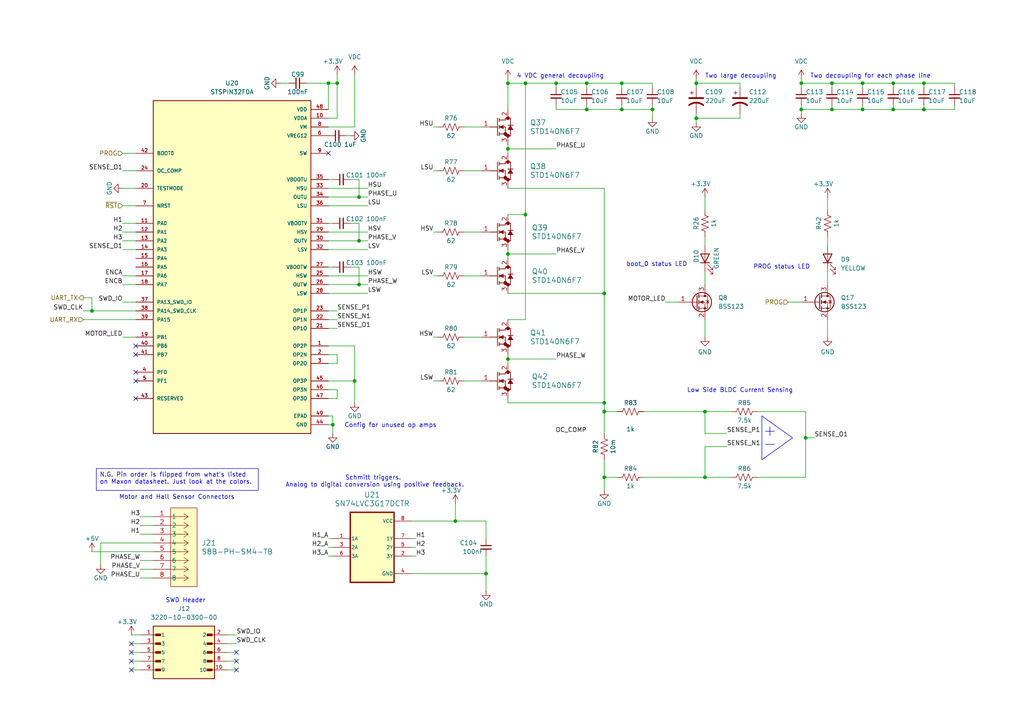
<source format=kicad_sch>
(kicad_sch (version 20231120) (generator "eeschema") (generator_version "8.0")
  (paper "A4")
  (lib_symbols
    (symbol "Device:C_Polarized_US" (pin_numbers hide) (pin_names (offset 0.254) hide)
      (property "Reference" "C" (at 0.635 2.54 0))
      (property "Value" "C_Polarized_US" (at 0.635 -2.54 0))
      (symbol "C_Polarized_US_1_1"
        (pin passive line (at 0 3.81 270) (length 2.794) (name "~") (number "1"))
        (pin passive line (at 0 -3.81 90) (length 3.302) (name "~") (number "2"))
      )
    )
    (symbol "Device:C_Small" (pin_numbers hide) (pin_names (offset 0.254) hide)
      (property "Reference" "C" (at 0.254 1.778 0))
      (property "Value" "C_Small" (at 0.254 -2.032 0))
      (symbol "C_Small_1_1"
        (pin passive line (at 0 2.54 270) (length 2.032) (name "~") (number "1"))
        (pin passive line (at 0 -2.54 90) (length 2.032) (name "~") (number "2"))
      )
    )
    (symbol "Device:LED" (pin_numbers hide) (pin_names (offset 1.016) hide)
      (property "Reference" "D" (at 0 2.54 0))
      (property "Value" "LED" (at 0 -2.54 0))
      (symbol "LED_1_1"
        (pin passive line (at -3.81 0 0) (length 2.54) (name "K") (number "1"))
        (pin passive line (at 3.81 0 180) (length 2.54) (name "A") (number "2"))
      )
    )
    (symbol "Device:R_US" (pin_numbers hide) (pin_names (offset 0))
      (property "Reference" "R" (at 2.54 0 90))
      (property "Value" "R_US" (at -2.54 0 90))
      (symbol "R_US_1_1"
        (pin passive line (at 0 3.81 270) (length 1.27) (name "~") (number "1"))
        (pin passive line (at 0 -3.81 90) (length 1.27) (name "~") (number "2"))
      )
    )
    (symbol "RoboJackets-Connectors:3220-10-0300-00" (pin_names (offset 1.016))
      (property "Reference" "J" (at -8.89 8.255 0))
      (property "Value" "3220-10-0300-00" (at -8.89 -10.16 0))
      (symbol "3220-10-0300-00_0_0"
        (pin passive line (at -12.7 5.08 0) (length 5.08) (name "1") (number "1"))
        (pin passive line (at 12.7 -5.08 180) (length 5.08) (name "10") (number "10"))
        (pin passive line (at 12.7 5.08 180) (length 5.08) (name "2") (number "2"))
        (pin passive line (at -12.7 2.54 0) (length 5.08) (name "3") (number "3"))
        (pin passive line (at 12.7 2.54 180) (length 5.08) (name "4") (number "4"))
        (pin passive line (at -12.7 0 0) (length 5.08) (name "5") (number "5"))
        (pin passive line (at 12.7 0 180) (length 5.08) (name "6") (number "6"))
        (pin passive line (at -12.7 -2.54 0) (length 5.08) (name "7") (number "7"))
        (pin passive line (at 12.7 -2.54 180) (length 5.08) (name "8") (number "8"))
        (pin passive line (at -12.7 -5.08 0) (length 5.08) (name "9") (number "9"))
      )
    )
    (symbol "RoboJackets-Connectors:S8B-PH-SM4-TB" (pin_names (offset 0.254))
      (property "Reference" "J" (at 8.89 6.35 0))
      (property "Value" "S8B-PH-SM4-TB" (at 8.128 -22.352 0))
      (symbol "S8B-PH-SM4-TB_1_1"
        (pin unspecified line (at 0 0 0) (length 5.08) (name "1") (number "1"))
        (pin unspecified line (at 0 -2.54 0) (length 5.08) (name "2") (number "2"))
        (pin unspecified line (at 0 -5.08 0) (length 5.08) (name "3") (number "3"))
        (pin unspecified line (at 0 -7.62 0) (length 5.08) (name "4") (number "4"))
        (pin unspecified line (at 0 -10.16 0) (length 5.08) (name "5") (number "5"))
        (pin unspecified line (at 0 -12.7 0) (length 5.08) (name "6") (number "6"))
        (pin unspecified line (at 0 -15.24 0) (length 5.08) (name "7") (number "7"))
        (pin unspecified line (at 0 -17.78 0) (length 5.08) (name "8") (number "8"))
      )
      (symbol "S8B-PH-SM4-TB_1_2"
        (pin unspecified line (at 0 0 0) (length 5.08) (name "1") (number "1"))
        (pin unspecified line (at 0 -2.54 0) (length 5.08) (name "2") (number "2"))
        (pin unspecified line (at 0 -5.08 0) (length 5.08) (name "3") (number "3"))
        (pin unspecified line (at 0 -7.62 0) (length 5.08) (name "4") (number "4"))
        (pin unspecified line (at 0 -10.16 0) (length 5.08) (name "5") (number "5"))
        (pin unspecified line (at 0 -12.7 0) (length 5.08) (name "6") (number "6"))
        (pin unspecified line (at 0 -15.24 0) (length 5.08) (name "7") (number "7"))
        (pin unspecified line (at 0 -17.78 0) (length 5.08) (name "8") (number "8"))
      )
    )
    (symbol "RoboJackets-IC:SN74LVC3G17DCTR" (pin_names (offset 0.254))
      (property "Reference" "U" (at 20.32 10.16 0))
      (property "Value" "SN74LVC3G17DCTR" (at 20.32 7.62 0))
      (symbol "SN74LVC3G17DCTR_0_0"
        (pin input line (at 8.89 -2.54 0) (length 5.08) (name "1A") (number "1"))
        (pin output line (at 31.75 -7.62 180) (length 5.08) (name "3Y") (number "2"))
        (pin input line (at 8.89 -5.08 0) (length 5.08) (name "2A") (number "3"))
        (pin power_in line (at 31.75 -12.7 180) (length 5.08) (name "GND") (number "4"))
        (pin output line (at 31.75 -5.08 180) (length 5.08) (name "2Y") (number "5"))
        (pin input line (at 8.89 -7.62 0) (length 5.08) (name "3A") (number "6"))
        (pin output line (at 31.75 -2.54 180) (length 5.08) (name "1Y") (number "7"))
        (pin power_in line (at 31.75 2.54 180) (length 5.08) (name "VCC") (number "8"))
      )
    )
    (symbol "RoboJackets-IC:STSPIN32F0A" (pin_names (offset 1.016))
      (property "Reference" "U" (at -22.86 49.53 0))
      (property "Value" "STSPIN32F0A" (at -22.86 -49.53 0))
      (symbol "STSPIN32F0A_0_0"
        (pin input line (at 27.94 -22.86 180) (length 5.08) (name "OP2P") (number "1"))
        (pin power_in line (at 27.94 43.18 180) (length 5.08) (name "VDDA") (number "10"))
        (pin bidirectional line (at -27.94 12.7 0) (length 5.08) (name "PA0") (number "11"))
        (pin bidirectional line (at -27.94 10.16 0) (length 5.08) (name "PA1") (number "12"))
        (pin bidirectional line (at -27.94 7.62 0) (length 5.08) (name "PA2") (number "13"))
        (pin bidirectional line (at -27.94 5.08 0) (length 5.08) (name "PA3") (number "14"))
        (pin bidirectional line (at -27.94 2.54 0) (length 5.08) (name "PA4") (number "15"))
        (pin bidirectional line (at -27.94 0 0) (length 5.08) (name "PA5") (number "16"))
        (pin bidirectional line (at -27.94 -2.54 0) (length 5.08) (name "PA6") (number "17"))
        (pin bidirectional line (at -27.94 -5.08 0) (length 5.08) (name "PA7") (number "18"))
        (pin bidirectional line (at -27.94 -20.32 0) (length 5.08) (name "PB1") (number "19"))
        (pin input line (at 27.94 -25.4 180) (length 5.08) (name "OP2N") (number "2"))
        (pin input line (at -27.94 22.86 0) (length 5.08) (name "TESTMODE") (number "20"))
        (pin output line (at 27.94 -17.78 180) (length 5.08) (name "OP1O") (number "21"))
        (pin input line (at 27.94 -15.24 180) (length 5.08) (name "OP1N") (number "22"))
        (pin input line (at 27.94 -12.7 180) (length 5.08) (name "OP1P") (number "23"))
        (pin input line (at -27.94 27.94 0) (length 5.08) (name "OC_COMP") (number "24"))
        (pin output line (at 27.94 -2.54 180) (length 5.08) (name "HSW") (number "25"))
        (pin output line (at 27.94 -5.08 180) (length 5.08) (name "OUTW") (number "26"))
        (pin power_in line (at 27.94 0 180) (length 5.08) (name "VBOOTW") (number "27"))
        (pin output line (at 27.94 -7.62 180) (length 5.08) (name "LSW") (number "28"))
        (pin output line (at 27.94 10.16 180) (length 5.08) (name "HSV") (number "29"))
        (pin output line (at 27.94 -27.94 180) (length 5.08) (name "OP2O") (number "3"))
        (pin output line (at 27.94 7.62 180) (length 5.08) (name "OUTV") (number "30"))
        (pin power_in line (at 27.94 12.7 180) (length 5.08) (name "VBOOTV") (number "31"))
        (pin output line (at 27.94 5.08 180) (length 5.08) (name "LSV") (number "32"))
        (pin output line (at 27.94 22.86 180) (length 5.08) (name "HSU") (number "33"))
        (pin output line (at 27.94 20.32 180) (length 5.08) (name "OUTU") (number "34"))
        (pin power_in line (at 27.94 25.4 180) (length 5.08) (name "VBOOTU") (number "35"))
        (pin output line (at 27.94 17.78 180) (length 5.08) (name "LSU") (number "36"))
        (pin bidirectional line (at -27.94 -10.16 0) (length 5.08) (name "PA13_SWD_IO") (number "37"))
        (pin bidirectional line (at -27.94 -12.7 0) (length 5.08) (name "PA14_SWD_CLK") (number "38"))
        (pin bidirectional line (at -27.94 -15.24 0) (length 5.08) (name "PA15") (number "39"))
        (pin bidirectional line (at -27.94 -30.48 0) (length 5.08) (name "PF0") (number "4"))
        (pin bidirectional line (at -27.94 -22.86 0) (length 5.08) (name "PB6") (number "40"))
        (pin bidirectional line (at -27.94 -25.4 0) (length 5.08) (name "PB7") (number "41"))
        (pin input line (at -27.94 33.02 0) (length 5.08) (name "BOOT0") (number "42"))
        (pin passive line (at -27.94 -38.1 0) (length 5.08) (name "RESERVED") (number "43"))
        (pin power_in line (at 27.94 -45.72 180) (length 5.08) (name "GND") (number "44"))
        (pin input line (at 27.94 -33.02 180) (length 5.08) (name "OP3P") (number "45"))
        (pin input line (at 27.94 -35.56 180) (length 5.08) (name "OP3N") (number "46"))
        (pin output line (at 27.94 -38.1 180) (length 5.08) (name "OP3O") (number "47"))
        (pin power_in line (at 27.94 45.72 180) (length 5.08) (name "VDD") (number "48"))
        (pin power_in line (at 27.94 -43.18 180) (length 5.08) (name "EPAD") (number "49"))
        (pin bidirectional line (at -27.94 -33.02 0) (length 5.08) (name "PF1") (number "5"))
        (pin power_in line (at 27.94 38.1 180) (length 5.08) (name "VREG12") (number "6"))
        (pin bidirectional line (at -27.94 17.78 0) (length 5.08) (name "NRST") (number "7"))
        (pin power_in line (at 27.94 40.64 180) (length 5.08) (name "VM") (number "8"))
        (pin output line (at 27.94 33.02 180) (length 5.08) (name "SW") (number "9"))
      )
    )
    (symbol "RoboJackets-Transistors:STD140N6F7" (pin_names (offset 0.254) hide)
      (property "Reference" "Q" (at 5.08 1.27 0))
      (property "Value" "STD140N6F7" (at 11.43 -1.27 0))
      (symbol "STD140N6F7_1_1"
        (pin input line (at -6.35 0 0) (length 2.54) (name "G") (number "1"))
        (pin input line (at 1.27 5.08 270) (length 2.54) (name "D") (number "2"))
        (pin output line (at 1.27 -5.08 90) (length 2.54) (name "S") (number "3"))
      )
    )
    (symbol "Transistor_FET:BSS123" (pin_names hide)
      (property "Reference" "Q" (at 5.08 1.905 0))
      (property "Value" "BSS123" (at 5.08 0 0))
      (symbol "BSS123_1_1"
        (pin input line (at -5.08 0 0) (length 2.54) (name "G") (number "1"))
        (pin passive line (at 2.54 -5.08 90) (length 2.54) (name "S") (number "2"))
        (pin passive line (at 2.54 5.08 270) (length 2.54) (name "D") (number "3"))
      )
    )
    (symbol "power:+3.3V" (power) (pin_numbers hide) (pin_names (offset 0) hide)
      (property "Value" "+3.3V" (at 0 3.556 0))
      (symbol "+3.3V_1_1"
        (pin power_in line (at 0 0 90) (length 0) (name "~") (number "1"))
      )
    )
    (symbol "power:+5V" (power) (pin_numbers hide) (pin_names (offset 0) hide)
      (property "Value" "+5V" (at 0 3.556 0))
      (symbol "+5V_1_1"
        (pin power_in line (at 0 0 90) (length 0) (name "~") (number "1"))
      )
    )
    (symbol "power:GND" (power) (pin_numbers hide) (pin_names (offset 0) hide)
      (property "Value" "GND" (at 0 -3.81 0))
      (symbol "GND_1_1"
        (pin power_in line (at 0 0 270) (length 0) (name "~") (number "1"))
      )
    )
    (symbol "power:VDC" (power) (pin_numbers hide) (pin_names (offset 0) hide)
      (property "Value" "VDC" (at 0 3.556 0))
      (symbol "VDC_1_1"
        (pin power_in line (at 0 0 90) (length 0) (name "~") (number "1"))
      )
    )
  )
  (junction (at 152.4 62.23))
  (junction (at 104.14 82.55))
  (junction (at 267.97 31.75))
  (junction (at 96.52 123.19))
  (junction (at 241.3 24.13))
  (junction (at 97.79 24.13))
  (junction (at 95.25 24.13))
  (junction (at 175.26 116.84))
  (junction (at 104.14 57.15))
  (junction (at 147.32 73.66))
  (junction (at 201.93 24.13))
  (junction (at 233.68 127))
  (junction (at 259.08 31.75))
  (junction (at 175.26 119.38))
  (junction (at 147.32 43.18))
  (junction (at 170.18 24.13))
  (junction (at 204.47 119.38))
  (junction (at 201.93 34.29))
  (junction (at 180.34 24.13))
  (junction (at 152.4 24.13))
  (junction (at 132.08 151.13))
  (junction (at 102.87 110.49))
  (junction (at 104.14 69.85))
  (junction (at 26.67 90.17))
  (junction (at 189.23 31.75))
  (junction (at 170.18 31.75))
  (junction (at 175.26 85.09))
  (junction (at 232.41 31.75))
  (junction (at 267.97 24.13))
  (junction (at 180.34 31.75))
  (junction (at 147.32 104.14))
  (junction (at 241.3 31.75))
  (junction (at 259.08 24.13))
  (junction (at 175.26 138.43))
  (junction (at 250.19 31.75))
  (junction (at 161.29 24.13))
  (junction (at 250.19 24.13))
  (junction (at 232.41 24.13))
  (junction (at 147.32 24.13))
  (junction (at 140.97 166.37))
  (junction (at 204.47 138.43))
  (no_connect (at 39.37 107.95))
  (no_connect (at 38.1 189.23))
  (no_connect (at 38.1 194.31))
  (no_connect (at 68.58 194.31))
  (no_connect (at 39.37 100.33))
  (no_connect (at 38.1 186.69))
  (no_connect (at 39.37 102.87))
  (no_connect (at 68.58 191.77))
  (no_connect (at 95.25 44.45))
  (no_connect (at 39.37 110.49))
  (no_connect (at 68.58 189.23))
  (no_connect (at 39.37 115.57))
  (no_connect (at 38.1 191.77))
  (wire (pts (xy 88.9 24.13) (xy 95.25 24.13)))
  (wire (pts (xy 193.04 87.63) (xy 196.85 87.63)))
  (wire (pts (xy 140.97 166.37) (xy 140.97 171.45)))
  (wire (pts (xy 250.19 24.13) (xy 259.08 24.13)))
  (wire (pts (xy 104.14 52.07) (xy 104.14 57.15)))
  (wire (pts (xy 204.47 119.38) (xy 186.69 119.38)))
  (wire (pts (xy 250.19 24.13) (xy 250.19 25.4)))
  (wire (pts (xy 147.32 104.14) (xy 147.32 105.41)))
  (wire (pts (xy 95.25 113.03) (xy 97.79 113.03)))
  (wire (pts (xy 95.25 80.01) (xy 106.68 80.01)))
  (wire (pts (xy 232.41 22.86) (xy 232.41 24.13)))
  (wire (pts (xy 259.08 24.13) (xy 259.08 25.4)))
  (wire (pts (xy 147.32 85.09) (xy 175.26 85.09)))
  (wire (pts (xy 204.47 78.74) (xy 204.47 82.55)))
  (wire (pts (xy 189.23 31.75) (xy 189.23 30.48)))
  (wire (pts (xy 134.62 49.53) (xy 139.7 49.53)))
  (wire (pts (xy 97.79 34.29) (xy 95.25 34.29)))
  (wire (pts (xy 97.79 24.13) (xy 97.79 34.29)))
  (wire (pts (xy 95.25 77.47) (xy 96.52 77.47)))
  (wire (pts (xy 204.47 57.15) (xy 204.47 60.96)))
  (wire (pts (xy 104.14 57.15) (xy 106.68 57.15)))
  (wire (pts (xy 95.25 82.55) (xy 104.14 82.55)))
  (wire (pts (xy 152.4 24.13) (xy 152.4 62.23)))
  (wire (pts (xy 40.64 149.86) (xy 44.45 149.86)))
  (wire (pts (xy 204.47 129.54) (xy 204.47 138.43)))
  (wire (pts (xy 38.1 184.15) (xy 40.64 184.15)))
  (wire (pts (xy 214.63 34.29) (xy 214.63 33.02)))
  (wire (pts (xy 228.6 87.63) (xy 232.41 87.63)))
  (wire (pts (xy 38.1 191.77) (xy 40.64 191.77)))
  (wire (pts (xy 152.4 62.23) (xy 147.32 62.23)))
  (polyline (pts (xy 223.3156 125.0722) (xy 223.3156 126.3422)))
  (wire (pts (xy 40.64 167.64) (xy 44.45 167.64)))
  (wire (pts (xy 95.25 24.13) (xy 95.25 31.75)))
  (wire (pts (xy 180.34 24.13) (xy 189.23 24.13)))
  (wire (pts (xy 119.38 166.37) (xy 140.97 166.37)))
  (wire (pts (xy 104.14 77.47) (xy 104.14 82.55)))
  (wire (pts (xy 120.65 161.29) (xy 119.38 161.29)))
  (wire (pts (xy 40.64 162.56) (xy 44.45 162.56)))
  (wire (pts (xy 240.03 68.58) (xy 240.03 71.12)))
  (wire (pts (xy 152.4 62.23) (xy 152.4 92.71)))
  (wire (pts (xy 40.64 154.94) (xy 44.45 154.94)))
  (wire (pts (xy 147.32 22.86) (xy 147.32 24.13)))
  (wire (pts (xy 161.29 24.13) (xy 170.18 24.13)))
  (wire (pts (xy 134.62 36.83) (xy 139.7 36.83)))
  (wire (pts (xy 204.47 125.73) (xy 204.47 119.38)))
  (wire (pts (xy 201.93 33.02) (xy 201.93 34.29)))
  (wire (pts (xy 106.68 72.39) (xy 95.25 72.39)))
  (wire (pts (xy 95.25 92.71) (xy 97.79 92.71)))
  (wire (pts (xy 201.93 22.86) (xy 201.93 24.13)))
  (wire (pts (xy 95.25 100.33) (xy 102.87 100.33)))
  (wire (pts (xy 161.29 31.75) (xy 170.18 31.75)))
  (wire (pts (xy 170.18 24.13) (xy 180.34 24.13)))
  (wire (pts (xy 97.79 105.41) (xy 97.79 102.87)))
  (wire (pts (xy 104.14 64.77) (xy 104.14 69.85)))
  (wire (pts (xy 119.38 151.13) (xy 132.08 151.13)))
  (wire (pts (xy 189.23 31.75) (xy 189.23 34.29)))
  (wire (pts (xy 95.25 156.21) (xy 96.52 156.21)))
  (wire (pts (xy 152.4 24.13) (xy 161.29 24.13)))
  (wire (pts (xy 95.25 120.65) (xy 96.52 120.65)))
  (wire (pts (xy 102.87 100.33) (xy 102.87 110.49)))
  (wire (pts (xy 147.32 73.66) (xy 147.32 74.93)))
  (wire (pts (xy 125.73 67.31) (xy 127 67.31)))
  (wire (pts (xy 35.56 82.55) (xy 39.37 82.55)))
  (wire (pts (xy 95.25 105.41) (xy 97.79 105.41)))
  (wire (pts (xy 29.21 157.48) (xy 44.45 157.48)))
  (wire (pts (xy 104.14 69.85) (xy 106.68 69.85)))
  (wire (pts (xy 95.25 115.57) (xy 97.79 115.57)))
  (wire (pts (xy 95.25 64.77) (xy 96.52 64.77)))
  (wire (pts (xy 267.97 31.75) (xy 276.86 31.75)))
  (wire (pts (xy 147.32 54.61) (xy 175.26 54.61)))
  (wire (pts (xy 40.64 152.4) (xy 44.45 152.4)))
  (wire (pts (xy 35.56 49.53) (xy 39.37 49.53)))
  (wire (pts (xy 175.26 138.43) (xy 179.07 138.43)))
  (wire (pts (xy 233.68 127) (xy 236.22 127)))
  (wire (pts (xy 180.34 31.75) (xy 189.23 31.75)))
  (wire (pts (xy 147.32 43.18) (xy 161.29 43.18)))
  (wire (pts (xy 35.56 64.77) (xy 39.37 64.77)))
  (wire (pts (xy 189.23 24.13) (xy 189.23 25.4)))
  (wire (pts (xy 147.32 24.13) (xy 152.4 24.13)))
  (wire (pts (xy 95.25 57.15) (xy 104.14 57.15)))
  (wire (pts (xy 35.56 67.31) (xy 39.37 67.31)))
  (wire (pts (xy 232.41 31.75) (xy 241.3 31.75)))
  (wire (pts (xy 125.73 97.79) (xy 127 97.79)))
  (wire (pts (xy 96.52 120.65) (xy 96.52 123.19)))
  (wire (pts (xy 95.25 110.49) (xy 102.87 110.49)))
  (wire (pts (xy 219.71 119.38) (xy 233.68 119.38)))
  (wire (pts (xy 95.25 158.75) (xy 96.52 158.75)))
  (wire (pts (xy 95.25 36.83) (xy 102.87 36.83)))
  (wire (pts (xy 175.26 119.38) (xy 179.07 119.38)))
  (wire (pts (xy 134.62 80.01) (xy 139.7 80.01)))
  (wire (pts (xy 201.93 34.29) (xy 201.93 35.56)))
  (polyline (pts (xy 220.98 120.65) (xy 229.87 127)))
  (wire (pts (xy 147.32 43.18) (xy 147.32 44.45)))
  (wire (pts (xy 233.68 119.38) (xy 233.68 127)))
  (wire (pts (xy 134.62 110.49) (xy 139.7 110.49)))
  (polyline (pts (xy 223.3156 123.8022) (xy 223.3156 125.0722)))
  (wire (pts (xy 125.73 49.53) (xy 127 49.53)))
  (wire (pts (xy 204.47 92.71) (xy 204.47 97.79)))
  (wire (pts (xy 66.04 189.23) (xy 68.58 189.23)))
  (wire (pts (xy 26.67 86.36) (xy 26.67 90.17)))
  (wire (pts (xy 147.32 116.84) (xy 175.26 116.84)))
  (wire (pts (xy 170.18 30.48) (xy 170.18 31.75)))
  (wire (pts (xy 120.65 156.21) (xy 119.38 156.21)))
  (wire (pts (xy 250.19 31.75) (xy 259.08 31.75)))
  (wire (pts (xy 147.32 92.71) (xy 152.4 92.71)))
  (wire (pts (xy 161.29 24.13) (xy 161.29 25.4)))
  (wire (pts (xy 276.86 30.48) (xy 276.86 31.75)))
  (wire (pts (xy 66.04 191.77) (xy 68.58 191.77)))
  (wire (pts (xy 95.25 102.87) (xy 97.79 102.87)))
  (wire (pts (xy 175.26 119.38) (xy 175.26 125.73)))
  (wire (pts (xy 120.65 158.75) (xy 119.38 158.75)))
  (wire (pts (xy 95.25 69.85) (xy 104.14 69.85)))
  (wire (pts (xy 267.97 24.13) (xy 267.97 25.4)))
  (wire (pts (xy 259.08 31.75) (xy 267.97 31.75)))
  (wire (pts (xy 232.41 31.75) (xy 232.41 33.02)))
  (wire (pts (xy 232.41 30.48) (xy 232.41 31.75)))
  (wire (pts (xy 232.41 24.13) (xy 232.41 25.4)))
  (wire (pts (xy 147.32 41.91) (xy 147.32 43.18)))
  (wire (pts (xy 170.18 31.75) (xy 180.34 31.75)))
  (wire (pts (xy 66.04 184.15) (xy 68.58 184.15)))
  (wire (pts (xy 95.25 161.29) (xy 96.52 161.29)))
  (wire (pts (xy 240.03 92.71) (xy 240.03 97.79)))
  (wire (pts (xy 241.3 24.13) (xy 250.19 24.13)))
  (wire (pts (xy 125.73 36.83) (xy 127 36.83)))
  (wire (pts (xy 24.13 92.71) (xy 39.37 92.71)))
  (polyline (pts (xy 222.0456 125.0722) (xy 224.5856 125.0722)))
  (wire (pts (xy 240.03 78.74) (xy 240.03 82.55)))
  (wire (pts (xy 219.71 138.43) (xy 233.68 138.43)))
  (wire (pts (xy 147.32 72.39) (xy 147.32 73.66)))
  (wire (pts (xy 35.56 97.79) (xy 39.37 97.79)))
  (wire (pts (xy 95.25 95.25) (xy 97.79 95.25)))
  (wire (pts (xy 125.73 80.01) (xy 127 80.01)))
  (wire (pts (xy 214.63 24.13) (xy 214.63 25.4)))
  (wire (pts (xy 175.26 54.61) (xy 175.26 85.09)))
  (wire (pts (xy 102.87 110.49) (xy 102.87 116.84)))
  (wire (pts (xy 95.25 123.19) (xy 96.52 123.19)))
  (wire (pts (xy 24.13 90.17) (xy 26.67 90.17)))
  (wire (pts (xy 66.04 194.31) (xy 68.58 194.31)))
  (wire (pts (xy 95.25 90.17) (xy 97.79 90.17)))
  (wire (pts (xy 97.79 21.59) (xy 97.79 24.13)))
  (wire (pts (xy 204.47 68.58) (xy 204.47 71.12)))
  (wire (pts (xy 175.26 133.35) (xy 175.26 138.43)))
  (wire (pts (xy 38.1 186.69) (xy 40.64 186.69)))
  (wire (pts (xy 35.56 54.61) (xy 39.37 54.61)))
  (wire (pts (xy 134.62 67.31) (xy 139.7 67.31)))
  (wire (pts (xy 38.1 194.31) (xy 40.64 194.31)))
  (wire (pts (xy 101.6 52.07) (xy 104.14 52.07)))
  (wire (pts (xy 35.56 80.01) (xy 39.37 80.01)))
  (wire (pts (xy 29.21 163.83) (xy 29.21 157.48)))
  (wire (pts (xy 170.18 24.13) (xy 170.18 25.4)))
  (wire (pts (xy 140.97 151.13) (xy 140.97 156.21)))
  (wire (pts (xy 95.25 54.61) (xy 106.68 54.61)))
  (wire (pts (xy 140.97 161.29) (xy 140.97 166.37)))
  (wire (pts (xy 81.28 24.13) (xy 83.82 24.13)))
  (wire (pts (xy 175.26 116.84) (xy 175.26 119.38)))
  (wire (pts (xy 250.19 30.48) (xy 250.19 31.75)))
  (polyline (pts (xy 220.98 120.65) (xy 220.98 133.35)))
  (wire (pts (xy 100.33 39.37) (xy 101.6 39.37)))
  (wire (pts (xy 201.93 25.4) (xy 201.93 24.13)))
  (wire (pts (xy 101.6 77.47) (xy 104.14 77.47)))
  (wire (pts (xy 204.47 129.54) (xy 210.82 129.54)))
  (wire (pts (xy 161.29 30.48) (xy 161.29 31.75)))
  (wire (pts (xy 97.79 115.57) (xy 97.79 113.03)))
  (wire (pts (xy 276.86 24.13) (xy 276.86 25.4)))
  (wire (pts (xy 95.25 24.13) (xy 97.79 24.13)))
  (wire (pts (xy 259.08 30.48) (xy 259.08 31.75)))
  (wire (pts (xy 102.87 21.59) (xy 102.87 36.83)))
  (wire (pts (xy 66.04 186.69) (xy 68.58 186.69)))
  (wire (pts (xy 147.32 104.14) (xy 161.29 104.14)))
  (wire (pts (xy 147.32 115.57) (xy 147.32 116.84)))
  (wire (pts (xy 204.47 138.43) (xy 212.09 138.43)))
  (wire (pts (xy 125.73 110.49) (xy 127 110.49)))
  (wire (pts (xy 35.56 59.69) (xy 39.37 59.69)))
  (wire (pts (xy 240.03 57.15) (xy 240.03 60.96)))
  (wire (pts (xy 233.68 127) (xy 233.68 138.43)))
  (wire (pts (xy 186.69 138.43) (xy 204.47 138.43)))
  (wire (pts (xy 180.34 24.13) (xy 180.34 25.4)))
  (wire (pts (xy 241.3 30.48) (xy 241.3 31.75)))
  (wire (pts (xy 40.64 165.1) (xy 44.45 165.1)))
  (wire (pts (xy 132.08 146.05) (xy 132.08 151.13)))
  (wire (pts (xy 201.93 24.13) (xy 214.63 24.13)))
  (wire (pts (xy 267.97 30.48) (xy 267.97 31.75)))
  (wire (pts (xy 35.56 87.63) (xy 39.37 87.63)))
  (wire (pts (xy 26.67 90.17) (xy 39.37 90.17)))
  (polyline (pts (xy 222.0456 128.8822) (xy 224.5856 128.8822)))
  (wire (pts (xy 101.6 64.77) (xy 104.14 64.77)))
  (wire (pts (xy 204.47 119.38) (xy 212.09 119.38)))
  (wire (pts (xy 35.56 44.45) (xy 39.37 44.45)))
  (wire (pts (xy 201.93 34.29) (xy 214.63 34.29)))
  (wire (pts (xy 147.32 24.13) (xy 147.32 31.75)))
  (wire (pts (xy 35.56 72.39) (xy 39.37 72.39)))
  (wire (pts (xy 38.1 189.23) (xy 40.64 189.23)))
  (wire (pts (xy 96.52 123.19) (xy 96.52 125.73)))
  (wire (pts (xy 241.3 24.13) (xy 241.3 25.4)))
  (wire (pts (xy 147.32 102.87) (xy 147.32 104.14)))
  (wire (pts (xy 259.08 24.13) (xy 267.97 24.13)))
  (polyline (pts (xy 220.98 133.35) (xy 229.87 127)))
  (wire (pts (xy 95.25 85.09) (xy 106.68 85.09)))
  (wire (pts (xy 147.32 73.66) (xy 161.29 73.66)))
  (wire (pts (xy 134.62 97.79) (xy 139.7 97.79)))
  (wire (pts (xy 175.26 138.43) (xy 175.26 142.24)))
  (wire (pts (xy 35.56 69.85) (xy 39.37 69.85)))
  (wire (pts (xy 26.67 160.02) (xy 44.45 160.02)))
  (wire (pts (xy 132.08 151.13) (xy 140.97 151.13)))
  (wire (pts (xy 241.3 31.75) (xy 250.19 31.75)))
  (wire (pts (xy 204.47 125.73) (xy 210.82 125.73)))
  (wire (pts (xy 180.34 31.75) (xy 180.34 30.48)))
  (wire (pts (xy 267.97 24.13) (xy 276.86 24.13)))
  (wire (pts (xy 104.14 82.55) (xy 106.68 82.55)))
  (wire (pts (xy 232.41 24.13) (xy 241.3 24.13)))
  (wire (pts (xy 175.26 85.09) (xy 175.26 116.84)))
  (wire (pts (xy 95.25 52.07) (xy 96.52 52.07)))
  (wire (pts (xy 24.13 86.36) (xy 26.67 86.36)))
  (wire (pts (xy 95.25 59.69) (xy 106.68 59.69)))
  (wire (pts (xy 106.68 67.31) (xy 95.25 67.31)))
  (text_box "N.G. Pin order is flipped from what's listed on Maxon datasheet. Just look at the colors." (at 27.94 135.89 0) (size 46.99 6.35) (effects (font (size 1.27 1.27)) (justify left top)))
  (text "Low Side BLDC Current Sensing" (at 214.63 113.284 0) (effects (font (size 1.27 1.27))))
  (text "Config for unused op amps" (at 113.284 123.444 0) (effects (font (size 1.27 1.27))))
  (text "PROG status LED" (at 218.44 78.232 0) (effects (font (size 1.27 1.27)) (justify left bottom)))
  (text "boot_0 status LED" (at 181.61 77.47 0) (effects (font (size 1.27 1.27)) (justify left bottom)))
  (text "Two decoupling for each phase line" (at 234.95 22.86 0) (effects (font (size 1.27 1.27)) (justify left bottom)))
  (text "Motor and Hall Sensor Connectors" (at 51.308 144.272 0) (effects (font (size 1.27 1.27))))
  (text "4 VDC general decoupling" (at 149.86 22.86 0) (effects (font (size 1.27 1.27)) (justify left bottom)))
  (text "Two large decoupling" (at 204.47 22.86 0) (effects (font (size 1.27 1.27)) (justify left bottom)))
  (text "SWD Header" (at 53.848 174.244 0) (effects (font (size 1.27 1.27))))
  (text "Schmitt triggers. \nAnalog to digital conversion using positive feedback." (at 108.712 139.7 0) (effects (font (size 1.27 1.27))))
  (label "ENCA" (at 35.56 80.01 180))
  (label "HSW" (at 106.68 80.01 0))
  (label "SENSE_N1" (at 97.79 92.71 0))
  (label "MOTOR_LED" (at 35.56 97.79 180))
  (label "MOTOR_LED" (at 193.04 87.63 180))
  (label "SENSE_P1" (at 210.82 125.73 0))
  (label "PHASE_U" (at 40.64 167.64 180))
  (label "SWD_IO" (at 35.56 87.63 180))
  (label "LSV" (at 125.73 80.01 180))
  (label "PHASE_V" (at 106.68 69.85 0))
  (label "PHASE_W" (at 40.64 162.56 180))
  (label "PHASE_V" (at 40.64 165.1 180))
  (label "LSV" (at 106.68 72.39 0))
  (label "SENSE_O1" (at 35.56 49.53 180))
  (label "PHASE_V" (at 161.29 73.66 0))
  (label "HSU" (at 106.68 54.61 0))
  (label "H3_A" (at 95.25 161.29 180))
  (label "H3" (at 120.65 161.29 0))
  (label "SWD_IO" (at 68.58 184.15 0))
  (label "SENSE_P1" (at 97.79 90.17 0))
  (label "PHASE_W" (at 161.29 104.14 0))
  (label "LSW" (at 106.68 85.09 0))
  (label "SENSE_O1" (at 236.22 127 0))
  (label "ENCB" (at 35.56 82.55 180))
  (label "SENSE_N1" (at 210.82 129.54 0))
  (label "H3" (at 40.64 149.86 180))
  (label "OC_COMP" (at 170.18 125.73 180))
  (label "PHASE_W" (at 106.68 82.55 0))
  (label "HSU" (at 125.73 36.83 180))
  (label "H1" (at 35.56 64.77 180))
  (label "H3" (at 35.56 69.85 180))
  (label "LSU" (at 125.73 49.53 180))
  (label "PHASE_U" (at 161.29 43.18 0))
  (label "H1" (at 120.65 156.21 0))
  (label "H2" (at 40.64 152.4 180))
  (label "LSU" (at 106.68 59.69 0))
  (label "H2_A" (at 95.25 158.75 180))
  (label "H1" (at 40.64 154.94 180))
  (label "SENSE_O1" (at 97.79 95.25 0))
  (label "H2" (at 120.65 158.75 0))
  (label "SWD_CLK" (at 24.13 90.17 180))
  (label "PHASE_U" (at 106.68 57.15 0))
  (label "HSW" (at 125.73 97.79 180))
  (label "HSV" (at 125.73 67.31 180))
  (label "H1_A" (at 95.25 156.21 180))
  (label "SENSE_O1" (at 35.56 72.39 180))
  (label "HSV" (at 106.68 67.31 0))
  (label "SWD_CLK" (at 68.58 186.69 0))
  (label "LSW" (at 125.73 110.49 180))
  (label "H2" (at 35.56 67.31 180))
  (hierarchical_label "PROG" (shape input) (at 35.56 44.45 180))
  (hierarchical_label "~{RST}" (shape input) (at 35.56 59.69 180))
  (hierarchical_label "UART_RX" (shape input) (at 24.13 92.71 180))
  (hierarchical_label "UART_TX" (shape output) (at 24.13 86.36 180))
  (hierarchical_label "PROG" (shape input) (at 228.6 87.63 180))
  (symbol (lib_id "Transistor_FET:BSS123") (at 201.93 87.63 0) (unit 1)
    (property "Reference" "Q8" (at 208.28 86.3599 0) (effects (justify left)))
    (property "Value" "BSS123" (at 208.28 88.8999 0) (effects (justify left)))
    (property "Footprint" "Package_TO_SOT_SMD:SOT-23" (effects (hide yes)))
    (property "Datasheet" "http://www.diodes.com/assets/Datasheets/ds30366.pdf" (effects (hide yes)))
    (property "Description" "0.17A Id, 100V Vds, N-Channel MOSFET, SOT-23" (effects (hide yes)))
  )
  (symbol (lib_id "Device:R_US") (at 182.88 138.43 90) (unit 1)
    (property "Reference" "R84" (at 182.88 135.89 90))
    (property "Value" "1k" (at 182.88 140.97 90))
    (property "Footprint" "Resistor_SMD:R_0603_1608Metric" (effects (hide yes)))
    (property "Description" "Resistor, US symbol" (effects (hide yes)))
  )
  (symbol (lib_id "power:GND") (at 102.87 116.84 0) (unit 1)
    (property "Reference" "#PWR0163" (effects (hide yes)))
    (property "Value" "GND" (at 102.87 120.65 0))
    (property "Description" "Power symbol creates a global label with name \"GND\" , ground" (effects (hide yes)))
  )
  (symbol (lib_id "Device:R_US") (at 175.26 129.54 180) (unit 1)
    (property "Reference" "R82" (at 172.72 129.54 90))
    (property "Value" "10m" (at 177.8 129.54 90))
    (property "Footprint" "Resistor_SMD:R_0603_1608Metric" (effects (hide yes)))
    (property "Description" "Resistor, US symbol" (effects (hide yes)))
  )
  (symbol (lib_id "RoboJackets-Transistors:STD140N6F7") (at 146.05 67.31 0) (unit 1)
    (property "Reference" "Q39" (at 154.178 66.04 0) (effects (font (size 1.524 1.524)) (justify left)))
    (property "Value" "STD140N6F7" (at 154.178 68.58 0) (effects (font (size 1.524 1.524)) (justify left)))
    (property "Footprint" "RoboJackets-Transistors:DPAKTO-252_A2_STM" (effects (hide yes)))
    (property "Datasheet" "https://www.st.com/content/ccc/resource/technical/document/datasheet/group1/de/02/69/d9/32/b8/44/66/DM00257307/files/DM00257307.pdf/jcr:content/translations/en.DM00257307.pdf" (effects (hide yes)))
    (property "Description" "MOSFET N-CH 60V 80A DPAK" (effects (hide yes)))
    (property "Vendor" "Digikey" (effects (hide yes)))
    (property "Vendor P/N" "497-16937-1-ND" (effects (hide yes)))
    (property "Vendor URL" "https://www.digikey.com/en/products/detail/stmicroelectronics/STD140N6F7/6230146" (effects (hide yes)))
    (property "Manufacturer" "STMicroelectronics" (effects (hide yes)))
    (property "Manufacturer P/N" "STD140N6F7" (effects (hide yes)))
  )
  (symbol (lib_id "power:GND") (at 240.03 97.79 0) (unit 1)
    (property "Reference" "#PWR0152" (effects (hide yes)))
    (property "Value" "GND" (at 240.03 102.108 0))
    (property "Description" "Power symbol creates a global label with name \"GND\" , ground" (effects (hide yes)))
  )
  (symbol (lib_id "Device:R_US") (at 130.81 36.83 90) (unit 1)
    (property "Reference" "R76" (at 130.81 34.29 90))
    (property "Value" "62" (at 130.81 39.37 90))
    (property "Footprint" "Resistor_SMD:R_0603_1608Metric" (effects (hide yes)))
    (property "Description" "Resistor, US symbol" (effects (hide yes)))
  )
  (symbol (lib_id "Device:C_Small") (at 232.41 27.94 0) (unit 1)
    (property "Reference" "C113" (at 233.68 26.67 0) (effects (justify left)))
    (property "Value" "10uF" (at 233.68 29.21 0) (effects (justify left)))
    (property "Footprint" "Capacitor_SMD:C_1206_3216Metric" (effects (hide yes)))
    (property "Description" "Unpolarized capacitor, small symbol" (effects (hide yes)))
  )
  (symbol (lib_id "Device:C_Small") (at 99.06 64.77 90) (unit 1)
    (property "Reference" "C102" (at 102.87 63.5 90))
    (property "Value" "100nF" (at 109.22 63.5 90))
    (property "Footprint" "Capacitor_SMD:C_0603_1608Metric" (effects (hide yes)))
    (property "Description" "Unpolarized capacitor, small symbol" (effects (hide yes)))
  )
  (symbol (lib_id "power:GND") (at 232.41 33.02 0) (unit 1)
    (property "Reference" "#PWR0150" (effects (hide yes)))
    (property "Value" "GND" (at 232.41 36.83 0))
    (property "Description" "Power symbol creates a global label with name \"GND\" , ground" (effects (hide yes)))
  )
  (symbol (lib_id "Device:R_US") (at 130.81 49.53 90) (unit 1)
    (property "Reference" "R77" (at 130.81 46.99 90))
    (property "Value" "62" (at 130.81 52.07 90))
    (property "Footprint" "Resistor_SMD:R_0603_1608Metric" (effects (hide yes)))
    (property "Description" "Resistor, US symbol" (effects (hide yes)))
  )
  (symbol (lib_id "RoboJackets-Transistors:STD140N6F7") (at 146.05 110.49 0) (unit 1)
    (property "Reference" "Q42" (at 154.178 109.22 0) (effects (font (size 1.524 1.524)) (justify left)))
    (property "Value" "STD140N6F7" (at 154.178 111.76 0) (effects (font (size 1.524 1.524)) (justify left)))
    (property "Footprint" "RoboJackets-Transistors:DPAKTO-252_A2_STM" (effects (hide yes)))
    (property "Datasheet" "https://www.st.com/content/ccc/resource/technical/document/datasheet/group1/de/02/69/d9/32/b8/44/66/DM00257307/files/DM00257307.pdf/jcr:content/translations/en.DM00257307.pdf" (effects (hide yes)))
    (property "Description" "MOSFET N-CH 60V 80A DPAK" (effects (hide yes)))
    (property "Vendor" "Digikey" (effects (hide yes)))
    (property "Vendor P/N" "497-16937-1-ND" (effects (hide yes)))
    (property "Vendor URL" "https://www.digikey.com/en/products/detail/stmicroelectronics/STD140N6F7/6230146" (effects (hide yes)))
    (property "Manufacturer" "STMicroelectronics" (effects (hide yes)))
    (property "Manufacturer P/N" "STD140N6F7" (effects (hide yes)))
  )
  (symbol (lib_id "Device:C_Small") (at 140.97 158.75 0) (unit 1)
    (property "Reference" "C104" (at 135.89 157.48 0))
    (property "Value" "100nF" (at 137.16 160.02 0))
    (property "Footprint" "Capacitor_SMD:C_0603_1608Metric" (effects (hide yes)))
    (property "Description" "Unpolarized capacitor, small symbol" (effects (hide yes)))
  )
  (symbol (lib_id "power:+3.3V") (at 97.79 21.59 0) (unit 1)
    (property "Reference" "#PWR0139" (effects (hide yes)))
    (property "Value" "+3.3V" (at 96.52 17.78 0))
    (property "Description" "Power symbol creates a global label with name \"+3.3V\"" (effects (hide yes)))
  )
  (symbol (lib_id "power:GND") (at 189.23 34.29 0) (unit 1)
    (property "Reference" "#PWR0146" (effects (hide yes)))
    (property "Value" "GND" (at 189.23 38.1 0))
    (property "Description" "Power symbol creates a global label with name \"GND\" , ground" (effects (hide yes)))
  )
  (symbol (lib_id "RoboJackets-Transistors:STD140N6F7") (at 146.05 80.01 0) (unit 1)
    (property "Reference" "Q40" (at 154.178 78.74 0) (effects (font (size 1.524 1.524)) (justify left)))
    (property "Value" "STD140N6F7" (at 154.178 81.28 0) (effects (font (size 1.524 1.524)) (justify left)))
    (property "Footprint" "RoboJackets-Transistors:DPAKTO-252_A2_STM" (effects (hide yes)))
    (property "Datasheet" "https://www.st.com/content/ccc/resource/technical/document/datasheet/group1/de/02/69/d9/32/b8/44/66/DM00257307/files/DM00257307.pdf/jcr:content/translations/en.DM00257307.pdf" (effects (hide yes)))
    (property "Description" "MOSFET N-CH 60V 80A DPAK" (effects (hide yes)))
    (property "Vendor" "Digikey" (effects (hide yes)))
    (property "Vendor P/N" "497-16937-1-ND" (effects (hide yes)))
    (property "Vendor URL" "https://www.digikey.com/en/products/detail/stmicroelectronics/STD140N6F7/6230146" (effects (hide yes)))
    (property "Manufacturer" "STMicroelectronics" (effects (hide yes)))
    (property "Manufacturer P/N" "STD140N6F7" (effects (hide yes)))
  )
  (symbol (lib_id "RoboJackets-Transistors:STD140N6F7") (at 146.05 49.53 0) (unit 1)
    (property "Reference" "Q38" (at 153.67 48.26 0) (effects (font (size 1.524 1.524)) (justify left)))
    (property "Value" "STD140N6F7" (at 153.67 50.8 0) (effects (font (size 1.524 1.524)) (justify left)))
    (property "Footprint" "RoboJackets-Transistors:DPAKTO-252_A2_STM" (effects (hide yes)))
    (property "Datasheet" "https://www.st.com/content/ccc/resource/technical/document/datasheet/group1/de/02/69/d9/32/b8/44/66/DM00257307/files/DM00257307.pdf/jcr:content/translations/en.DM00257307.pdf" (effects (hide yes)))
    (property "Description" "MOSFET N-CH 60V 80A DPAK" (effects (hide yes)))
    (property "Vendor" "Digikey" (effects (hide yes)))
    (property "Vendor P/N" "497-16937-1-ND" (effects (hide yes)))
    (property "Vendor URL" "https://www.digikey.com/en/products/detail/stmicroelectronics/STD140N6F7/6230146" (effects (hide yes)))
    (property "Manufacturer" "STMicroelectronics" (effects (hide yes)))
    (property "Manufacturer P/N" "STD140N6F7" (effects (hide yes)))
  )
  (symbol (lib_id "power:GND") (at 29.21 163.83 0) (unit 1)
    (property "Reference" "#PWR0135" (effects (hide yes)))
    (property "Value" "GND" (at 29.21 167.64 0))
    (property "Description" "Power symbol creates a global label with name \"GND\" , ground" (effects (hide yes)))
  )
  (symbol (lib_id "power:VDC") (at 147.32 22.86 0) (unit 1)
    (property "Reference" "#PWR0144" (effects (hide yes)))
    (property "Value" "VDC" (at 147.32 17.78 0))
    (property "Description" "Power symbol creates a global label with name \"VDC\"" (effects (hide yes)))
  )
  (symbol (lib_id "Device:C_Small") (at 161.29 27.94 0) (unit 1)
    (property "Reference" "C105" (at 162.56 26.67 0) (effects (justify left)))
    (property "Value" "10uF" (at 162.56 29.21 0) (effects (justify left)))
    (property "Footprint" "Capacitor_SMD:C_1206_3216Metric" (effects (hide yes)))
    (property "Description" "Unpolarized capacitor, small symbol" (effects (hide yes)))
  )
  (symbol (lib_id "Device:R_US") (at 215.9 119.38 90) (unit 1)
    (property "Reference" "R85" (at 215.9 116.84 90))
    (property "Value" "7.5k" (at 215.9 121.92 90))
    (property "Footprint" "Resistor_SMD:R_0603_1608Metric" (effects (hide yes)))
    (property "Description" "Resistor, US symbol" (effects (hide yes)))
  )
  (symbol (lib_id "Device:LED") (at 204.47 74.93 90) (unit 1)
    (property "Reference" "D10" (at 201.93 72.39 0) (effects (justify right)))
    (property "Value" "GREEN" (at 207.8138 71.6864 0) (effects (justify right)))
    (property "Footprint" "Diode_SMD:D_0603_1608Metric" (effects (hide yes)))
    (property "Description" "Light emitting diode" (effects (hide yes)))
  )
  (symbol (lib_id "Device:C_Polarized_US") (at 201.93 29.21 0) (unit 1)
    (property "Reference" "C109" (at 204.47 26.67 0) (effects (justify left)))
    (property "Value" "220uF" (at 204.47 29.21 0) (effects (justify left)))
    (property "Footprint" "Capacitor_THT:CP_Radial_D10.0mm_P5.00mm" (effects (hide yes)))
    (property "Description" "Polarized capacitor, US symbol" (effects (hide yes)))
  )
  (symbol (lib_id "Device:C_Small") (at 180.34 27.94 0) (unit 1)
    (property "Reference" "C107" (at 181.61 26.67 0) (effects (justify left)))
    (property "Value" "10uF" (at 181.61 29.21 0) (effects (justify left)))
    (property "Footprint" "Capacitor_SMD:C_1206_3216Metric" (effects (hide yes)))
    (property "Description" "Unpolarized capacitor, small symbol" (effects (hide yes)))
  )
  (symbol (lib_id "RoboJackets-Connectors:S8B-PH-SM4-TB") (at 44.45 149.86 0) (unit 1)
    (property "Reference" "J21" (at 58.42 157.4799 0) (effects (font (size 1.524 1.524)) (justify left)))
    (property "Value" "S8B-PH-SM4-TB" (at 58.42 160.0199 0) (effects (font (size 1.524 1.524)) (justify left)))
    (property "Footprint" "RoboJackets-Connectors:CONN_S8B-PH-SM4-TB_JST" (effects (hide yes)))
    (property "Datasheet" "S8B-PH-SM4-TB" (effects (hide yes)))
    (property "Description" "Connector Header Surface Mount, Right Angle 8 position 0.079\" (2.00mm)" (effects (hide yes)))
    (property "Vendor" "Digikey" (effects (hide yes)))
    (property "Vendor P/N" "455-S8B-PH-SM4-TBCT-ND" (effects (hide yes)))
    (property "Vendor URL" "https://www.digikey.com/en/products/detail/jst-sales-america-inc/S8B-PH-SM4-TB/926661" (effects (hide yes)))
    (property "Manufacturer" "JST" (effects (hide yes)))
    (property "Manufacturer P/N" "S8B-PH-SM4-TB" (effects (hide yes)))
  )
  (symbol (lib_id "Device:C_Small") (at 99.06 52.07 90) (unit 1)
    (property "Reference" "C101" (at 102.87 50.8 90))
    (property "Value" "100nF" (at 109.22 50.8 90))
    (property "Footprint" "Capacitor_SMD:C_0603_1608Metric" (effects (hide yes)))
    (property "Description" "Unpolarized capacitor, small symbol" (effects (hide yes)))
  )
  (symbol (lib_id "Device:C_Small") (at 99.06 77.47 90) (unit 1)
    (property "Reference" "C103" (at 102.87 76.2 90))
    (property "Value" "100nF" (at 109.22 76.2 90))
    (property "Footprint" "Capacitor_SMD:C_0603_1608Metric" (effects (hide yes)))
    (property "Description" "Unpolarized capacitor, small symbol" (effects (hide yes)))
  )
  (symbol (lib_id "power:GND") (at 204.47 97.79 0) (unit 1)
    (property "Reference" "#PWR0156" (effects (hide yes)))
    (property "Value" "GND" (at 204.47 102.108 0))
    (property "Description" "Power symbol creates a global label with name \"GND\" , ground" (effects (hide yes)))
  )
  (symbol (lib_id "Device:C_Small") (at 267.97 27.94 0) (unit 1)
    (property "Reference" "C117" (at 269.24 26.67 0) (effects (justify left)))
    (property "Value" "10uF" (at 269.24 29.21 0) (effects (justify left)))
    (property "Footprint" "Capacitor_SMD:C_1206_3216Metric" (effects (hide yes)))
    (property "Description" "Unpolarized capacitor, small symbol" (effects (hide yes)))
  )
  (symbol (lib_id "Device:C_Small") (at 97.79 39.37 90) (unit 1)
    (property "Reference" "C100" (at 96.52 41.91 90))
    (property "Value" "1uF" (at 101.6 41.91 90))
    (property "Footprint" "Capacitor_SMD:C_0603_1608Metric" (effects (hide yes)))
    (property "Description" "Unpolarized capacitor, small symbol" (effects (hide yes)))
  )
  (symbol (lib_id "power:GND") (at 35.56 54.61 270) (unit 1)
    (property "Reference" "#PWR0136" (effects (hide yes)))
    (property "Value" "GND" (at 31.75 54.61 0))
    (property "Description" "Power symbol creates a global label with name \"GND\" , ground" (effects (hide yes)))
  )
  (symbol (lib_id "Device:C_Small") (at 259.08 27.94 0) (unit 1)
    (property "Reference" "C116" (at 260.35 26.67 0) (effects (justify left)))
    (property "Value" "10uF" (at 260.35 29.21 0) (effects (justify left)))
    (property "Footprint" "Capacitor_SMD:C_1206_3216Metric" (effects (hide yes)))
    (property "Description" "Unpolarized capacitor, small symbol" (effects (hide yes)))
  )
  (symbol (lib_id "Device:R_US") (at 130.81 110.49 90) (unit 1)
    (property "Reference" "R81" (at 130.81 107.95 90))
    (property "Value" "62" (at 130.81 113.03 90))
    (property "Footprint" "Resistor_SMD:R_0603_1608Metric" (effects (hide yes)))
    (property "Description" "Resistor, US symbol" (effects (hide yes)))
  )
  (symbol (lib_id "power:+3.3V") (at 132.08 146.05 0) (unit 1)
    (property "Reference" "#PWR0142" (effects (hide yes)))
    (property "Value" "+3.3V" (at 130.81 142.24 0))
    (property "Description" "Power symbol creates a global label with name \"+3.3V\"" (effects (hide yes)))
  )
  (symbol (lib_id "power:VDC") (at 102.87 21.59 0) (unit 1)
    (property "Reference" "#PWR0141" (effects (hide yes)))
    (property "Value" "VDC" (at 102.87 16.51 0))
    (property "Description" "Power symbol creates a global label with name \"VDC\"" (effects (hide yes)))
  )
  (symbol (lib_id "RoboJackets-Transistors:STD140N6F7") (at 146.05 36.83 0) (unit 1)
    (property "Reference" "Q37" (at 153.67 35.56 0) (effects (font (size 1.524 1.524)) (justify left)))
    (property "Value" "STD140N6F7" (at 153.67 38.1 0) (effects (font (size 1.524 1.524)) (justify left)))
    (property "Footprint" "RoboJackets-Transistors:DPAKTO-252_A2_STM" (effects (hide yes)))
    (property "Datasheet" "https://www.st.com/content/ccc/resource/technical/document/datasheet/group1/de/02/69/d9/32/b8/44/66/DM00257307/files/DM00257307.pdf/jcr:content/translations/en.DM00257307.pdf" (effects (hide yes)))
    (property "Description" "MOSFET N-CH 60V 80A DPAK" (effects (hide yes)))
    (property "Vendor" "Digikey" (effects (hide yes)))
    (property "Vendor P/N" "497-16937-1-ND" (effects (hide yes)))
    (property "Vendor URL" "https://www.digikey.com/en/products/detail/stmicroelectronics/STD140N6F7/6230146" (effects (hide yes)))
    (property "Manufacturer" "STMicroelectronics" (effects (hide yes)))
    (property "Manufacturer P/N" "STD140N6F7" (effects (hide yes)))
  )
  (symbol (lib_id "Device:C_Small") (at 189.23 27.94 0) (unit 1)
    (property "Reference" "C108" (at 190.5 26.67 0) (effects (justify left)))
    (property "Value" "10uF" (at 190.5 29.21 0) (effects (justify left)))
    (property "Footprint" "Capacitor_SMD:C_1206_3216Metric" (effects (hide yes)))
    (property "Description" "Unpolarized capacitor, small symbol" (effects (hide yes)))
  )
  (symbol (lib_id "Device:C_Small") (at 250.19 27.94 0) (unit 1)
    (property "Reference" "C115" (at 251.46 26.67 0) (effects (justify left)))
    (property "Value" "10uF" (at 251.46 29.21 0) (effects (justify left)))
    (property "Footprint" "Capacitor_SMD:C_1206_3216Metric" (effects (hide yes)))
    (property "Description" "Unpolarized capacitor, small symbol" (effects (hide yes)))
  )
  (symbol (lib_id "Device:C_Polarized_US") (at 214.63 29.21 0) (unit 1)
    (property "Reference" "C112" (at 217.17 26.67 0) (effects (justify left)))
    (property "Value" "220uF" (at 217.17 29.21 0) (effects (justify left)))
    (property "Footprint" "Capacitor_THT:CP_Radial_D10.0mm_P5.00mm" (effects (hide yes)))
    (property "Description" "Polarized capacitor, US symbol" (effects (hide yes)))
  )
  (symbol (lib_id "Device:C_Small") (at 276.86 27.94 0) (unit 1)
    (property "Reference" "C118" (at 278.13 26.67 0) (effects (justify left)))
    (property "Value" "10uF" (at 278.13 29.21 0) (effects (justify left)))
    (property "Footprint" "Capacitor_SMD:C_1206_3216Metric" (effects (hide yes)))
    (property "Description" "Unpolarized capacitor, small symbol" (effects (hide yes)))
  )
  (symbol (lib_id "Device:R_US") (at 130.81 80.01 90) (unit 1)
    (property "Reference" "R79" (at 130.81 77.47 90))
    (property "Value" "62" (at 130.81 82.55 90))
    (property "Footprint" "Resistor_SMD:R_0603_1608Metric" (effects (hide yes)))
    (property "Description" "Resistor, US symbol" (effects (hide yes)))
  )
  (symbol (lib_id "Device:R_US") (at 182.88 119.38 90) (unit 1)
    (property "Reference" "R83" (at 182.88 116.84 90))
    (property "Value" "1k" (at 182.88 124.46 90))
    (property "Footprint" "Resistor_SMD:R_0603_1608Metric" (effects (hide yes)))
    (property "Description" "Resistor, US symbol" (effects (hide yes)))
  )
  (symbol (lib_id "RoboJackets-Connectors:3220-10-0300-00") (at 53.34 189.23 0) (unit 1)
    (property "Reference" "J12" (at 53.34 176.53 0))
    (property "Value" "3220-10-0300-00" (at 53.34 179.07 0))
    (property "Footprint" "RoboJackets-Connectors:CNC_3220-10-0300-00" (effects (hide yes)))
    (property "Datasheet" "https://www.cnctech.us/pdfs/3220-XX-0300-00_.pdf" (effects (hide yes)))
    (property "Description" "Connector Header Surface Mount 10 position 0.050\" (1.27mm)" (effects (hide yes)))
    (property "PARTREV" "D" (effects (hide yes)))
    (property "STANDARD" "Manufacturer Recommendations" (effects (hide yes)))
    (property "MAXIMUM_PACKAGE_HEIGHT" "5.55 mm" (effects (hide yes)))
    (property "MANUFACTURER" "CnC Tech" (effects (hide yes)))
    (property "Vendor" "Digikey" (effects (hide yes)))
    (property "Vendor P/N" "1175-1629-ND" (effects (hide yes)))
    (property "Vendor URL" "https://www.digikey.com/en/products/detail/3220-10-0300-00/1175-1629-ND/3883266?curr=usd&utm_campaign=buynow&utm_medium=aggregator&utm_source=octopart" (effects (hide yes)))
    (property "Manufacturer P/N" "3220-10-0300-00" (effects (hide yes)))
  )
  (symbol (lib_id "Device:R_US") (at 240.03 64.77 180) (unit 1)
    (property "Reference" "R42" (at 237.49 64.77 90))
    (property "Value" "1k" (at 242.57 64.77 90))
    (property "Footprint" "Resistor_SMD:R_0603_1608Metric" (effects (hide yes)))
    (property "Description" "Resistor, US symbol" (effects (hide yes)))
  )
  (symbol (lib_id "Device:LED") (at 240.03 74.93 90) (unit 1)
    (property "Reference" "D9" (at 243.84 75.2474 90) (effects (justify right)))
    (property "Value" "YELLOW" (at 243.84 77.7874 90) (effects (justify right)))
    (property "Footprint" "Diode_SMD:D_0603_1608Metric" (effects (hide yes)))
    (property "Description" "Light emitting diode" (effects (hide yes)))
  )
  (symbol (lib_id "RoboJackets-IC:STSPIN32F0A") (at 67.31 77.47 0) (unit 1)
    (property "Reference" "U20" (at 67.31 24.13 0))
    (property "Value" "STSPIN32F0A" (at 67.31 26.67 0))
    (property "Footprint" "RoboJackets-IC:IC_STSPIN32F0A" (effects (hide yes)))
    (property "Datasheet" "https://www.st.com/resource/en/datasheet/stspin32f0.pdf" (effects (hide yes)))
    (property "Description" "IC BLDC CTLR STM32 48VFQFPN" (effects (hide yes)))
    (property "Package" "IC_STSPIN32F0A" (effects (hide yes)))
    (property "Vendor" "Digikey" (effects (hide yes)))
    (property "Vendor P/N" "497-17635-ND" (effects (hide yes)))
    (property "Vendor URL" "https://www.digikey.com/en/products/detail/stmicroelectronics/STSPIN32F0A/7702467" (effects (hide yes)))
    (property "Manufacturer" "STMicroelectronics" (effects (hide yes)))
    (property "Manufacturer P/N" "STSPIN32F0A" (effects (hide yes)))
  )
  (symbol (lib_id "power:+3.3V") (at 38.1 184.15 0) (unit 1)
    (property "Reference" "#PWR055" (effects (hide yes)))
    (property "Value" "+3.3V" (at 36.83 180.34 0))
    (property "Description" "Power symbol creates a global label with name \"+3.3V\"" (effects (hide yes)))
  )
  (symbol (lib_id "power:VDC") (at 232.41 22.86 0) (unit 1)
    (property "Reference" "#PWR0149" (effects (hide yes)))
    (property "Value" "VDC" (at 232.41 17.78 0))
    (property "Description" "Power symbol creates a global label with name \"VDC\"" (effects (hide yes)))
  )
  (symbol (lib_id "power:GND") (at 96.52 125.73 0) (unit 1)
    (property "Reference" "#PWR0138" (effects (hide yes)))
    (property "Value" "GND" (at 96.52 129.54 0))
    (property "Description" "Power symbol creates a global label with name \"GND\" , ground" (effects (hide yes)))
  )
  (symbol (lib_id "Device:R_US") (at 215.9 138.43 90) (unit 1)
    (property "Reference" "R86" (at 215.9 135.89 90))
    (property "Value" "7.5k" (at 215.9 140.97 90))
    (property "Footprint" "Resistor_SMD:R_0603_1608Metric" (effects (hide yes)))
    (property "Description" "Resistor, US symbol" (effects (hide yes)))
  )
  (symbol (lib_id "RoboJackets-Transistors:STD140N6F7") (at 146.05 97.79 0) (unit 1)
    (property "Reference" "Q41" (at 153.67 96.52 0) (effects (font (size 1.524 1.524)) (justify left)))
    (property "Value" "STD140N6F7" (at 153.67 99.06 0) (effects (font (size 1.524 1.524)) (justify left)))
    (property "Footprint" "RoboJackets-Transistors:DPAKTO-252_A2_STM" (effects (hide yes)))
    (property "Datasheet" "https://www.st.com/content/ccc/resource/technical/document/datasheet/group1/de/02/69/d9/32/b8/44/66/DM00257307/files/DM00257307.pdf/jcr:content/translations/en.DM00257307.pdf" (effects (hide yes)))
    (property "Description" "MOSFET N-CH 60V 80A DPAK" (effects (hide yes)))
    (property "Vendor" "Digikey" (effects (hide yes)))
    (property "Vendor P/N" "497-16937-1-ND" (effects (hide yes)))
    (property "Vendor URL" "https://www.digikey.com/en/products/detail/stmicroelectronics/STD140N6F7/6230146" (effects (hide yes)))
    (property "Manufacturer" "STMicroelectronics" (effects (hide yes)))
    (property "Manufacturer P/N" "STD140N6F7" (effects (hide yes)))
  )
  (symbol (lib_id "Device:R_US") (at 130.81 67.31 90) (unit 1)
    (property "Reference" "R78" (at 130.81 64.77 90))
    (property "Value" "62" (at 130.81 69.85 90))
    (property "Footprint" "Resistor_SMD:R_0603_1608Metric" (effects (hide yes)))
    (property "Description" "Resistor, US symbol" (effects (hide yes)))
  )
  (symbol (lib_id "Device:C_Small") (at 241.3 27.94 0) (unit 1)
    (property "Reference" "C114" (at 242.57 26.67 0) (effects (justify left)))
    (property "Value" "10uF" (at 242.57 29.21 0) (effects (justify left)))
    (property "Footprint" "Capacitor_SMD:C_1206_3216Metric" (effects (hide yes)))
    (property "Description" "Unpolarized capacitor, small symbol" (effects (hide yes)))
  )
  (symbol (lib_id "power:GND") (at 101.6 39.37 90) (unit 1)
    (property "Reference" "#PWR0140" (effects (hide yes)))
    (property "Value" "GND" (at 105.41 39.37 0))
    (property "Description" "Power symbol creates a global label with name \"GND\" , ground" (effects (hide yes)))
  )
  (symbol (lib_id "RoboJackets-IC:SN74LVC3G17DCTR") (at 87.63 153.67 0) (unit 1)
    (property "Reference" "U21" (at 107.95 143.51 0) (effects (font (size 1.524 1.524))))
    (property "Value" "SN74LVC3G17DCTR" (at 107.95 146.05 0) (effects (font (size 1.524 1.524))))
    (property "Footprint" "RoboJackets-IC:SOP65P400X130-8N" (effects (hide yes)))
    (property "Datasheet" "https://www.ti.com/lit/ds/symlink/sn74lvc3g17.pdf?ts=1726403224895" (effects (hide yes)))
    (property "Description" "3-ch, 1.65-V to 5.5-V buffers with Schmitt-Trigger inputs" (effects (hide yes)))
    (property "Vendor" "Digikey" (effects (hide yes)))
    (property "Vendor P/N" "296-16915-1-ND" (effects (hide yes)))
    (property "Vendor URL" "https://www.digikey.com/en/products/detail/texas-instruments/SN74LVC3G17DCTR/644202" (effects (hide yes)))
    (property "Manufacturer" "Texas Instruments" (effects (hide yes)))
    (property "Manufacturer P/N" "SN74LVC3G17DCTR" (effects (hide yes)))
  )
  (symbol (lib_id "power:VDC") (at 201.93 22.86 0) (unit 1)
    (property "Reference" "#PWR0147" (effects (hide yes)))
    (property "Value" "VDC" (at 201.93 17.78 0))
    (property "Description" "Power symbol creates a global label with name \"VDC\"" (effects (hide yes)))
  )
  (symbol (lib_id "power:+3.3V") (at 204.47 57.15 0) (unit 1)
    (property "Reference" "#PWR0155" (effects (hide yes)))
    (property "Value" "+3.3V" (at 203.2 53.34 0))
    (property "Description" "Power symbol creates a global label with name \"+3.3V\"" (effects (hide yes)))
  )
  (symbol (lib_id "Device:R_US") (at 130.81 97.79 90) (unit 1)
    (property "Reference" "R80" (at 130.81 95.25 90))
    (property "Value" "62" (at 130.81 100.33 90))
    (property "Footprint" "Resistor_SMD:R_0603_1608Metric" (effects (hide yes)))
    (property "Description" "Resistor, US symbol" (effects (hide yes)))
  )
  (symbol (lib_id "power:GND") (at 140.97 171.45 0) (unit 1)
    (property "Reference" "#PWR0143" (effects (hide yes)))
    (property "Value" "GND" (at 140.97 175.26 0))
    (property "Description" "Power symbol creates a global label with name \"GND\" , ground" (effects (hide yes)))
  )
  (symbol (lib_id "power:+3.3V") (at 240.03 57.15 0) (unit 1)
    (property "Reference" "#PWR0151" (effects (hide yes)))
    (property "Value" "+3.3V" (at 238.76 53.34 0))
    (property "Description" "Power symbol creates a global label with name \"+3.3V\"" (effects (hide yes)))
  )
  (symbol (lib_id "power:GND") (at 81.28 24.13 270) (unit 1)
    (property "Reference" "#PWR0137" (effects (hide yes)))
    (property "Value" "GND" (at 77.47 24.13 0))
    (property "Description" "Power symbol creates a global label with name \"GND\" , ground" (effects (hide yes)))
  )
  (symbol (lib_id "power:GND") (at 175.26 142.24 0) (unit 1)
    (property "Reference" "#PWR0145" (effects (hide yes)))
    (property "Value" "GND" (at 175.26 146.05 0))
    (property "Description" "Power symbol creates a global label with name \"GND\" , ground" (effects (hide yes)))
  )
  (symbol (lib_id "power:+5V") (at 26.67 160.02 0) (mirror y) (unit 1)
    (property "Reference" "#PWR0134" (effects (hide yes)))
    (property "Value" "+5V" (at 26.67 156.21 0))
    (property "Description" "Power symbol creates a global label with name \"+5V\"" (effects (hide yes)))
  )
  (symbol (lib_id "Device:C_Small") (at 170.18 27.94 0) (unit 1)
    (property "Reference" "C106" (at 171.45 26.67 0) (effects (justify left)))
    (property "Value" "10uF" (at 171.45 29.21 0) (effects (justify left)))
    (property "Footprint" "Capacitor_SMD:C_1206_3216Metric" (effects (hide yes)))
    (property "Description" "Unpolarized capacitor, small symbol" (effects (hide yes)))
  )
  (symbol (lib_id "power:GND") (at 201.93 35.56 0) (unit 1)
    (property "Reference" "#PWR0148" (effects (hide yes)))
    (property "Value" "GND" (at 201.93 39.37 0))
    (property "Description" "Power symbol creates a global label with name \"GND\" , ground" (effects (hide yes)))
  )
  (symbol (lib_id "Transistor_FET:BSS123") (at 237.49 87.63 0) (unit 1)
    (property "Reference" "Q17" (at 243.84 86.3599 0) (effects (justify left)))
    (property "Value" "BSS123" (at 243.84 88.8999 0) (effects (justify left)))
    (property "Footprint" "Package_TO_SOT_SMD:SOT-23" (effects (hide yes)))
    (property "Datasheet" "http://www.diodes.com/assets/Datasheets/ds30366.pdf" (effects (hide yes)))
    (property "Description" "0.17A Id, 100V Vds, N-Channel MOSFET, SOT-23" (effects (hide yes)))
  )
  (symbol (lib_id "Device:C_Small") (at 86.36 24.13 90) (unit 1)
    (property "Reference" "C99" (at 86.36 21.59 90))
    (property "Value" "100nF" (at 86.36 26.67 90))
    (property "Footprint" "Capacitor_SMD:C_0603_1608Metric" (effects (hide yes)))
    (property "Description" "Unpolarized capacitor, small symbol" (effects (hide yes)))
  )
  (symbol (lib_id "Device:R_US") (at 204.47 64.77 180) (unit 1)
    (property "Reference" "R26" (at 201.93 64.77 90))
    (property "Value" "1k" (at 207.01 64.77 90))
    (property "Footprint" "Resistor_SMD:R_0603_1608Metric" (effects (hide yes)))
    (property "Description" "Resistor, US symbol" (effects (hide yes)))
  )
)
</source>
